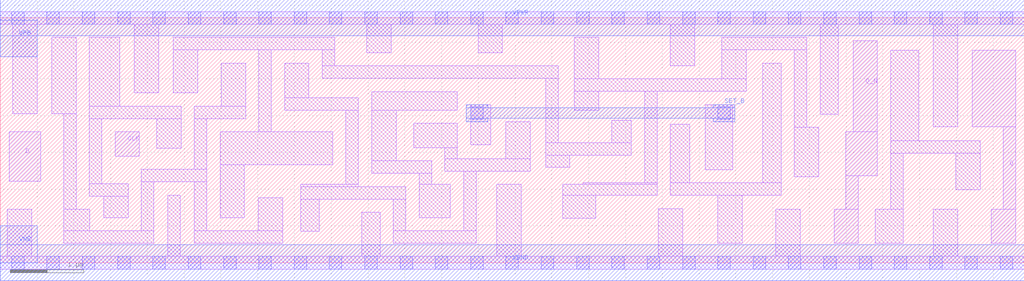
<source format=lef>
# Copyright 2020 The SkyWater PDK Authors
#
# Licensed under the Apache License, Version 2.0 (the "License");
# you may not use this file except in compliance with the License.
# You may obtain a copy of the License at
#
#     https://www.apache.org/licenses/LICENSE-2.0
#
# Unless required by applicable law or agreed to in writing, software
# distributed under the License is distributed on an "AS IS" BASIS,
# WITHOUT WARRANTIES OR CONDITIONS OF ANY KIND, either express or implied.
# See the License for the specific language governing permissions and
# limitations under the License.
#
# SPDX-License-Identifier: Apache-2.0

VERSION 5.5 ;
NAMESCASESENSITIVE ON ;
BUSBITCHARS "[]" ;
DIVIDERCHAR "/" ;
MACRO sky130_fd_sc_lp__dfsbp_lp
  CLASS CORE ;
  SOURCE USER ;
  ORIGIN  0.000000  0.000000 ;
  SIZE  13.92000 BY  3.330000 ;
  SYMMETRY X Y R90 ;
  SITE unit ;
  PIN D
    ANTENNAGATEAREA  0.376000 ;
    DIRECTION INPUT ;
    USE SIGNAL ;
    PORT
      LAYER li1 ;
        RECT 0.125000 1.110000 0.550000 1.780000 ;
    END
  END D
  PIN Q
    ANTENNADIFFAREA  0.404700 ;
    DIRECTION OUTPUT ;
    USE SIGNAL ;
    PORT
      LAYER li1 ;
        RECT 13.215000 1.850000 13.805000 2.890000 ;
        RECT 13.475000 0.265000 13.805000 0.725000 ;
        RECT 13.635000 0.725000 13.805000 1.850000 ;
    END
  END Q
  PIN Q_N
    ANTENNADIFFAREA  0.404700 ;
    DIRECTION OUTPUT ;
    USE SIGNAL ;
    PORT
      LAYER li1 ;
        RECT 11.335000 0.265000 11.665000 0.725000 ;
        RECT 11.495000 0.725000 11.665000 1.180000 ;
        RECT 11.495000 1.180000 11.925000 1.780000 ;
        RECT 11.595000 1.780000 11.925000 3.020000 ;
    END
  END Q_N
  PIN SET_B
    ANTENNAGATEAREA  0.626000 ;
    DIRECTION INPUT ;
    USE SIGNAL ;
    PORT
      LAYER met1 ;
        RECT 6.335000 1.920000 6.625000 1.965000 ;
        RECT 6.335000 1.965000 9.985000 2.105000 ;
        RECT 6.335000 2.105000 6.625000 2.150000 ;
        RECT 9.695000 1.920000 9.985000 1.965000 ;
        RECT 9.695000 2.105000 9.985000 2.150000 ;
    END
  END SET_B
  PIN CLK
    ANTENNAGATEAREA  0.376000 ;
    DIRECTION INPUT ;
    USE CLOCK ;
    PORT
      LAYER li1 ;
        RECT 1.560000 1.450000 1.890000 1.780000 ;
    END
  END CLK
  PIN VGND
    DIRECTION INOUT ;
    USE GROUND ;
    PORT
      LAYER met1 ;
        RECT 0.000000 -0.245000 13.920000 0.245000 ;
    END
  END VGND
  PIN VNB
    DIRECTION INOUT ;
    USE GROUND ;
    PORT
      LAYER met1 ;
        RECT 0.000000 0.000000 0.500000 0.500000 ;
    END
  END VNB
  PIN VPB
    DIRECTION INOUT ;
    USE POWER ;
    PORT
      LAYER met1 ;
        RECT 0.000000 2.800000 0.500000 3.300000 ;
    END
  END VPB
  PIN VPWR
    DIRECTION INOUT ;
    USE POWER ;
    PORT
      LAYER met1 ;
        RECT 0.000000 3.085000 13.920000 3.575000 ;
    END
  END VPWR
  OBS
    LAYER li1 ;
      RECT  0.000000 -0.085000 13.920000 0.085000 ;
      RECT  0.000000  3.245000 13.920000 3.415000 ;
      RECT  0.095000  0.085000  0.425000 0.725000 ;
      RECT  0.170000  2.025000  0.500000 3.245000 ;
      RECT  0.700000  2.025000  1.030000 3.065000 ;
      RECT  0.860000  0.265000  2.090000 0.435000 ;
      RECT  0.860000  0.435000  1.215000 0.725000 ;
      RECT  0.860000  0.725000  1.030000 2.025000 ;
      RECT  1.210000  0.905000  1.740000 1.075000 ;
      RECT  1.210000  1.075000  1.380000 1.960000 ;
      RECT  1.210000  1.960000  2.460000 2.130000 ;
      RECT  1.210000  2.130000  1.625000 3.065000 ;
      RECT  1.410000  0.615000  1.740000 0.905000 ;
      RECT  1.825000  2.310000  2.155000 3.245000 ;
      RECT  1.920000  0.435000  2.090000 1.100000 ;
      RECT  1.920000  1.100000  2.810000 1.270000 ;
      RECT  2.130000  1.555000  2.460000 1.960000 ;
      RECT  2.280000  0.085000  2.450000 0.920000 ;
      RECT  2.355000  2.310000  2.685000 2.895000 ;
      RECT  2.355000  2.895000  4.545000 3.065000 ;
      RECT  2.640000  0.265000  3.840000 0.435000 ;
      RECT  2.640000  0.435000  2.810000 1.100000 ;
      RECT  2.640000  1.270000  2.810000 1.960000 ;
      RECT  2.640000  1.960000  3.335000 2.130000 ;
      RECT  2.990000  0.615000  3.320000 1.330000 ;
      RECT  2.990000  1.330000  4.520000 1.780000 ;
      RECT  3.005000  2.130000  3.335000 2.715000 ;
      RECT  3.510000  0.435000  3.840000 0.885000 ;
      RECT  3.515000  1.780000  3.685000 2.895000 ;
      RECT  3.865000  2.075000  4.870000 2.245000 ;
      RECT  3.865000  2.245000  4.195000 2.715000 ;
      RECT  4.085000  0.425000  4.335000 0.865000 ;
      RECT  4.085000  0.865000  5.515000 1.035000 ;
      RECT  4.085000  1.035000  4.870000 1.065000 ;
      RECT  4.375000  2.505000  7.585000 2.675000 ;
      RECT  4.375000  2.675000  4.545000 2.895000 ;
      RECT  4.700000  1.065000  4.870000 2.075000 ;
      RECT  4.915000  0.085000  5.165000 0.685000 ;
      RECT  4.985000  2.855000  5.315000 3.245000 ;
      RECT  5.050000  1.215000  5.865000 1.385000 ;
      RECT  5.050000  1.385000  5.380000 2.075000 ;
      RECT  5.050000  2.075000  6.215000 2.325000 ;
      RECT  5.345000  0.265000  6.470000 0.435000 ;
      RECT  5.345000  0.435000  5.515000 0.865000 ;
      RECT  5.620000  1.565000  6.215000 1.895000 ;
      RECT  5.695000  0.615000  6.120000 1.065000 ;
      RECT  5.695000  1.065000  5.865000 1.215000 ;
      RECT  6.045000  1.245000  7.205000 1.415000 ;
      RECT  6.045000  1.415000  6.215000 1.565000 ;
      RECT  6.300000  0.435000  6.470000 1.245000 ;
      RECT  6.395000  1.605000  6.665000 2.150000 ;
      RECT  6.495000  2.855000  6.825000 3.245000 ;
      RECT  6.750000  0.085000  7.080000 1.065000 ;
      RECT  6.875000  1.415000  7.205000 1.915000 ;
      RECT  7.415000  1.300000  7.745000 1.460000 ;
      RECT  7.415000  1.460000  8.580000 1.630000 ;
      RECT  7.415000  1.630000  7.585000 2.505000 ;
      RECT  7.650000  0.605000  8.095000 0.915000 ;
      RECT  7.650000  0.915000  8.930000 1.065000 ;
      RECT  7.805000  2.075000  8.135000 2.330000 ;
      RECT  7.805000  2.330000 10.140000 2.500000 ;
      RECT  7.805000  2.500000  8.135000 3.065000 ;
      RECT  7.925000  1.065000  8.930000 1.085000 ;
      RECT  8.315000  1.630000  8.580000 1.935000 ;
      RECT  8.760000  1.085000  8.930000 2.330000 ;
      RECT  8.945000  0.085000  9.275000 0.735000 ;
      RECT  9.110000  0.915000 10.615000 1.085000 ;
      RECT  9.110000  1.085000  9.375000 1.885000 ;
      RECT  9.110000  2.680000  9.440000 3.245000 ;
      RECT  9.585000  1.265000  9.955000 2.150000 ;
      RECT  9.755000  0.265000 10.085000 0.915000 ;
      RECT  9.810000  2.500000 10.140000 2.895000 ;
      RECT  9.810000  2.895000 10.965000 3.065000 ;
      RECT 10.365000  1.085000 10.615000 2.715000 ;
      RECT 10.545000  0.085000 10.875000 0.725000 ;
      RECT 10.795000  1.170000 11.125000 1.840000 ;
      RECT 10.795000  1.840000 10.965000 2.895000 ;
      RECT 11.145000  2.020000 11.395000 3.245000 ;
      RECT 11.895000  0.265000 12.275000 0.725000 ;
      RECT 12.105000  0.725000 12.275000 1.490000 ;
      RECT 12.105000  1.490000 13.320000 1.660000 ;
      RECT 12.105000  1.660000 12.485000 2.890000 ;
      RECT 12.685000  0.085000 13.015000 0.725000 ;
      RECT 12.685000  1.850000 13.015000 3.245000 ;
      RECT 12.990000  0.990000 13.320000 1.490000 ;
    LAYER mcon ;
      RECT  0.155000 -0.085000  0.325000 0.085000 ;
      RECT  0.155000  3.245000  0.325000 3.415000 ;
      RECT  0.635000 -0.085000  0.805000 0.085000 ;
      RECT  0.635000  3.245000  0.805000 3.415000 ;
      RECT  1.115000 -0.085000  1.285000 0.085000 ;
      RECT  1.115000  3.245000  1.285000 3.415000 ;
      RECT  1.595000 -0.085000  1.765000 0.085000 ;
      RECT  1.595000  3.245000  1.765000 3.415000 ;
      RECT  2.075000 -0.085000  2.245000 0.085000 ;
      RECT  2.075000  3.245000  2.245000 3.415000 ;
      RECT  2.555000 -0.085000  2.725000 0.085000 ;
      RECT  2.555000  3.245000  2.725000 3.415000 ;
      RECT  3.035000 -0.085000  3.205000 0.085000 ;
      RECT  3.035000  3.245000  3.205000 3.415000 ;
      RECT  3.515000 -0.085000  3.685000 0.085000 ;
      RECT  3.515000  3.245000  3.685000 3.415000 ;
      RECT  3.995000 -0.085000  4.165000 0.085000 ;
      RECT  3.995000  3.245000  4.165000 3.415000 ;
      RECT  4.475000 -0.085000  4.645000 0.085000 ;
      RECT  4.475000  3.245000  4.645000 3.415000 ;
      RECT  4.955000 -0.085000  5.125000 0.085000 ;
      RECT  4.955000  3.245000  5.125000 3.415000 ;
      RECT  5.435000 -0.085000  5.605000 0.085000 ;
      RECT  5.435000  3.245000  5.605000 3.415000 ;
      RECT  5.915000 -0.085000  6.085000 0.085000 ;
      RECT  5.915000  3.245000  6.085000 3.415000 ;
      RECT  6.395000 -0.085000  6.565000 0.085000 ;
      RECT  6.395000  1.950000  6.565000 2.120000 ;
      RECT  6.395000  3.245000  6.565000 3.415000 ;
      RECT  6.875000 -0.085000  7.045000 0.085000 ;
      RECT  6.875000  3.245000  7.045000 3.415000 ;
      RECT  7.355000 -0.085000  7.525000 0.085000 ;
      RECT  7.355000  3.245000  7.525000 3.415000 ;
      RECT  7.835000 -0.085000  8.005000 0.085000 ;
      RECT  7.835000  3.245000  8.005000 3.415000 ;
      RECT  8.315000 -0.085000  8.485000 0.085000 ;
      RECT  8.315000  3.245000  8.485000 3.415000 ;
      RECT  8.795000 -0.085000  8.965000 0.085000 ;
      RECT  8.795000  3.245000  8.965000 3.415000 ;
      RECT  9.275000 -0.085000  9.445000 0.085000 ;
      RECT  9.275000  3.245000  9.445000 3.415000 ;
      RECT  9.755000 -0.085000  9.925000 0.085000 ;
      RECT  9.755000  1.950000  9.925000 2.120000 ;
      RECT  9.755000  3.245000  9.925000 3.415000 ;
      RECT 10.235000 -0.085000 10.405000 0.085000 ;
      RECT 10.235000  3.245000 10.405000 3.415000 ;
      RECT 10.715000 -0.085000 10.885000 0.085000 ;
      RECT 10.715000  3.245000 10.885000 3.415000 ;
      RECT 11.195000 -0.085000 11.365000 0.085000 ;
      RECT 11.195000  3.245000 11.365000 3.415000 ;
      RECT 11.675000 -0.085000 11.845000 0.085000 ;
      RECT 11.675000  3.245000 11.845000 3.415000 ;
      RECT 12.155000 -0.085000 12.325000 0.085000 ;
      RECT 12.155000  3.245000 12.325000 3.415000 ;
      RECT 12.635000 -0.085000 12.805000 0.085000 ;
      RECT 12.635000  3.245000 12.805000 3.415000 ;
      RECT 13.115000 -0.085000 13.285000 0.085000 ;
      RECT 13.115000  3.245000 13.285000 3.415000 ;
      RECT 13.595000 -0.085000 13.765000 0.085000 ;
      RECT 13.595000  3.245000 13.765000 3.415000 ;
  END
END sky130_fd_sc_lp__dfsbp_lp

</source>
